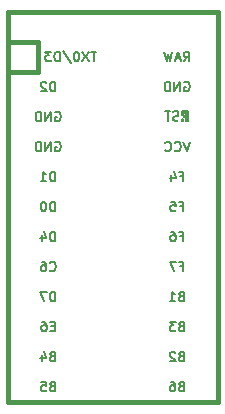
<source format=gbo>
G04 #@! TF.GenerationSoftware,KiCad,Pcbnew,(5.1.5-0-10_14)*
G04 #@! TF.CreationDate,2020-03-08T22:31:04+01:00*
G04 #@! TF.ProjectId,pro_micro_shield,70726f5f-6d69-4637-926f-5f736869656c,rev?*
G04 #@! TF.SameCoordinates,Original*
G04 #@! TF.FileFunction,Legend,Bot*
G04 #@! TF.FilePolarity,Positive*
%FSLAX46Y46*%
G04 Gerber Fmt 4.6, Leading zero omitted, Abs format (unit mm)*
G04 Created by KiCad (PCBNEW (5.1.5-0-10_14)) date 2020-03-08 22:31:04*
%MOMM*%
%LPD*%
G04 APERTURE LIST*
%ADD10C,0.381000*%
%ADD11C,0.150000*%
G04 APERTURE END LIST*
D10*
X168150000Y-71760000D02*
X165610000Y-71760000D01*
X183390000Y-69220000D02*
X165610000Y-69220000D01*
X165610000Y-69220000D02*
X165610000Y-102240000D01*
X165610000Y-102240000D02*
X183390000Y-102240000D01*
X183390000Y-102240000D02*
X183390000Y-69220000D01*
D11*
G36*
X180344635Y-77649030D02*
G01*
X180344635Y-77749030D01*
X180844635Y-77749030D01*
X180844635Y-77649030D01*
X180344635Y-77649030D01*
G37*
X180344635Y-77649030D02*
X180344635Y-77749030D01*
X180844635Y-77749030D01*
X180844635Y-77649030D01*
X180344635Y-77649030D01*
G36*
X180344635Y-77649030D02*
G01*
X180344635Y-77949030D01*
X180444635Y-77949030D01*
X180444635Y-77649030D01*
X180344635Y-77649030D01*
G37*
X180344635Y-77649030D02*
X180344635Y-77949030D01*
X180444635Y-77949030D01*
X180444635Y-77649030D01*
X180344635Y-77649030D01*
G36*
X180344635Y-78249030D02*
G01*
X180344635Y-78449030D01*
X180444635Y-78449030D01*
X180444635Y-78249030D01*
X180344635Y-78249030D01*
G37*
X180344635Y-78249030D02*
X180344635Y-78449030D01*
X180444635Y-78449030D01*
X180444635Y-78249030D01*
X180344635Y-78249030D01*
G36*
X180744635Y-77649030D02*
G01*
X180744635Y-78449030D01*
X180844635Y-78449030D01*
X180844635Y-77649030D01*
X180744635Y-77649030D01*
G37*
X180744635Y-77649030D02*
X180744635Y-78449030D01*
X180844635Y-78449030D01*
X180844635Y-77649030D01*
X180744635Y-77649030D01*
G36*
X180544635Y-78049030D02*
G01*
X180544635Y-78149030D01*
X180644635Y-78149030D01*
X180644635Y-78049030D01*
X180544635Y-78049030D01*
G37*
X180544635Y-78049030D02*
X180544635Y-78149030D01*
X180644635Y-78149030D01*
X180644635Y-78049030D01*
X180544635Y-78049030D01*
D10*
X168150000Y-71760000D02*
X168150000Y-74300000D01*
X168150000Y-74300000D02*
X165610000Y-74300000D01*
D11*
X180073333Y-78413809D02*
X179959047Y-78451904D01*
X179768571Y-78451904D01*
X179692380Y-78413809D01*
X179654285Y-78375714D01*
X179616190Y-78299523D01*
X179616190Y-78223333D01*
X179654285Y-78147142D01*
X179692380Y-78109047D01*
X179768571Y-78070952D01*
X179920952Y-78032857D01*
X179997142Y-77994761D01*
X180035238Y-77956666D01*
X180073333Y-77880476D01*
X180073333Y-77804285D01*
X180035238Y-77728095D01*
X179997142Y-77690000D01*
X179920952Y-77651904D01*
X179730476Y-77651904D01*
X179616190Y-77690000D01*
X179387619Y-77651904D02*
X178930476Y-77651904D01*
X179159047Y-78451904D02*
X179159047Y-77651904D01*
X173118604Y-72591904D02*
X172661461Y-72591904D01*
X172890032Y-73391904D02*
X172890032Y-72591904D01*
X172470985Y-72591904D02*
X171937651Y-73391904D01*
X171937651Y-72591904D02*
X172470985Y-73391904D01*
X171480508Y-72591904D02*
X171404318Y-72591904D01*
X171328128Y-72630000D01*
X171290032Y-72668095D01*
X171251937Y-72744285D01*
X171213842Y-72896666D01*
X171213842Y-73087142D01*
X171251937Y-73239523D01*
X171290032Y-73315714D01*
X171328128Y-73353809D01*
X171404318Y-73391904D01*
X171480508Y-73391904D01*
X171556699Y-73353809D01*
X171594794Y-73315714D01*
X171632889Y-73239523D01*
X171670985Y-73087142D01*
X171670985Y-72896666D01*
X171632889Y-72744285D01*
X171594794Y-72668095D01*
X171556699Y-72630000D01*
X171480508Y-72591904D01*
X170299556Y-72553809D02*
X170985270Y-73582380D01*
X170032889Y-73391904D02*
X170032889Y-72591904D01*
X169842413Y-72591904D01*
X169728128Y-72630000D01*
X169651937Y-72706190D01*
X169613842Y-72782380D01*
X169575747Y-72934761D01*
X169575747Y-73049047D01*
X169613842Y-73201428D01*
X169651937Y-73277619D01*
X169728128Y-73353809D01*
X169842413Y-73391904D01*
X170032889Y-73391904D01*
X169309080Y-72591904D02*
X168813842Y-72591904D01*
X169080508Y-72896666D01*
X168966223Y-72896666D01*
X168890032Y-72934761D01*
X168851937Y-72972857D01*
X168813842Y-73049047D01*
X168813842Y-73239523D01*
X168851937Y-73315714D01*
X168890032Y-73353809D01*
X168966223Y-73391904D01*
X169194794Y-73391904D01*
X169270985Y-73353809D01*
X169309080Y-73315714D01*
X180284809Y-98372857D02*
X180170523Y-98410952D01*
X180132428Y-98449047D01*
X180094333Y-98525238D01*
X180094333Y-98639523D01*
X180132428Y-98715714D01*
X180170523Y-98753809D01*
X180246714Y-98791904D01*
X180551476Y-98791904D01*
X180551476Y-97991904D01*
X180284809Y-97991904D01*
X180208619Y-98030000D01*
X180170523Y-98068095D01*
X180132428Y-98144285D01*
X180132428Y-98220476D01*
X180170523Y-98296666D01*
X180208619Y-98334761D01*
X180284809Y-98372857D01*
X180551476Y-98372857D01*
X179789571Y-98068095D02*
X179751476Y-98030000D01*
X179675285Y-97991904D01*
X179484809Y-97991904D01*
X179408619Y-98030000D01*
X179370523Y-98068095D01*
X179332428Y-98144285D01*
X179332428Y-98220476D01*
X179370523Y-98334761D01*
X179827666Y-98791904D01*
X179332428Y-98791904D01*
X180227666Y-90752857D02*
X180494333Y-90752857D01*
X180494333Y-91171904D02*
X180494333Y-90371904D01*
X180113380Y-90371904D01*
X179884809Y-90371904D02*
X179351476Y-90371904D01*
X179694333Y-91171904D01*
X180227666Y-88212857D02*
X180494333Y-88212857D01*
X180494333Y-88631904D02*
X180494333Y-87831904D01*
X180113380Y-87831904D01*
X179465761Y-87831904D02*
X179618142Y-87831904D01*
X179694333Y-87870000D01*
X179732428Y-87908095D01*
X179808619Y-88022380D01*
X179846714Y-88174761D01*
X179846714Y-88479523D01*
X179808619Y-88555714D01*
X179770523Y-88593809D01*
X179694333Y-88631904D01*
X179541952Y-88631904D01*
X179465761Y-88593809D01*
X179427666Y-88555714D01*
X179389571Y-88479523D01*
X179389571Y-88289047D01*
X179427666Y-88212857D01*
X179465761Y-88174761D01*
X179541952Y-88136666D01*
X179694333Y-88136666D01*
X179770523Y-88174761D01*
X179808619Y-88212857D01*
X179846714Y-88289047D01*
X180227666Y-85672857D02*
X180494333Y-85672857D01*
X180494333Y-86091904D02*
X180494333Y-85291904D01*
X180113380Y-85291904D01*
X179427666Y-85291904D02*
X179808619Y-85291904D01*
X179846714Y-85672857D01*
X179808619Y-85634761D01*
X179732428Y-85596666D01*
X179541952Y-85596666D01*
X179465761Y-85634761D01*
X179427666Y-85672857D01*
X179389571Y-85749047D01*
X179389571Y-85939523D01*
X179427666Y-86015714D01*
X179465761Y-86053809D01*
X179541952Y-86091904D01*
X179732428Y-86091904D01*
X179808619Y-86053809D01*
X179846714Y-86015714D01*
X180513380Y-73391904D02*
X180780047Y-73010952D01*
X180970523Y-73391904D02*
X180970523Y-72591904D01*
X180665761Y-72591904D01*
X180589571Y-72630000D01*
X180551476Y-72668095D01*
X180513380Y-72744285D01*
X180513380Y-72858571D01*
X180551476Y-72934761D01*
X180589571Y-72972857D01*
X180665761Y-73010952D01*
X180970523Y-73010952D01*
X180208619Y-73163333D02*
X179827666Y-73163333D01*
X180284809Y-73391904D02*
X180018142Y-72591904D01*
X179751476Y-73391904D01*
X179561000Y-72591904D02*
X179370523Y-73391904D01*
X179218142Y-72820476D01*
X179065761Y-73391904D01*
X178875285Y-72591904D01*
X180570523Y-75170000D02*
X180646714Y-75131904D01*
X180761000Y-75131904D01*
X180875285Y-75170000D01*
X180951476Y-75246190D01*
X180989571Y-75322380D01*
X181027666Y-75474761D01*
X181027666Y-75589047D01*
X180989571Y-75741428D01*
X180951476Y-75817619D01*
X180875285Y-75893809D01*
X180761000Y-75931904D01*
X180684809Y-75931904D01*
X180570523Y-75893809D01*
X180532428Y-75855714D01*
X180532428Y-75589047D01*
X180684809Y-75589047D01*
X180189571Y-75931904D02*
X180189571Y-75131904D01*
X179732428Y-75931904D01*
X179732428Y-75131904D01*
X179351476Y-75931904D02*
X179351476Y-75131904D01*
X179161000Y-75131904D01*
X179046714Y-75170000D01*
X178970523Y-75246190D01*
X178932428Y-75322380D01*
X178894333Y-75474761D01*
X178894333Y-75589047D01*
X178932428Y-75741428D01*
X178970523Y-75817619D01*
X179046714Y-75893809D01*
X179161000Y-75931904D01*
X179351476Y-75931904D01*
X181027666Y-80211904D02*
X180761000Y-81011904D01*
X180494333Y-80211904D01*
X179770523Y-80935714D02*
X179808619Y-80973809D01*
X179922904Y-81011904D01*
X179999095Y-81011904D01*
X180113380Y-80973809D01*
X180189571Y-80897619D01*
X180227666Y-80821428D01*
X180265761Y-80669047D01*
X180265761Y-80554761D01*
X180227666Y-80402380D01*
X180189571Y-80326190D01*
X180113380Y-80250000D01*
X179999095Y-80211904D01*
X179922904Y-80211904D01*
X179808619Y-80250000D01*
X179770523Y-80288095D01*
X178970523Y-80935714D02*
X179008619Y-80973809D01*
X179122904Y-81011904D01*
X179199095Y-81011904D01*
X179313380Y-80973809D01*
X179389571Y-80897619D01*
X179427666Y-80821428D01*
X179465761Y-80669047D01*
X179465761Y-80554761D01*
X179427666Y-80402380D01*
X179389571Y-80326190D01*
X179313380Y-80250000D01*
X179199095Y-80211904D01*
X179122904Y-80211904D01*
X179008619Y-80250000D01*
X178970523Y-80288095D01*
X180227666Y-83132857D02*
X180494333Y-83132857D01*
X180494333Y-83551904D02*
X180494333Y-82751904D01*
X180113380Y-82751904D01*
X179465761Y-83018571D02*
X179465761Y-83551904D01*
X179656238Y-82713809D02*
X179846714Y-83285238D01*
X179351476Y-83285238D01*
X180284809Y-93292857D02*
X180170523Y-93330952D01*
X180132428Y-93369047D01*
X180094333Y-93445238D01*
X180094333Y-93559523D01*
X180132428Y-93635714D01*
X180170523Y-93673809D01*
X180246714Y-93711904D01*
X180551476Y-93711904D01*
X180551476Y-92911904D01*
X180284809Y-92911904D01*
X180208619Y-92950000D01*
X180170523Y-92988095D01*
X180132428Y-93064285D01*
X180132428Y-93140476D01*
X180170523Y-93216666D01*
X180208619Y-93254761D01*
X180284809Y-93292857D01*
X180551476Y-93292857D01*
X179332428Y-93711904D02*
X179789571Y-93711904D01*
X179561000Y-93711904D02*
X179561000Y-92911904D01*
X179637190Y-93026190D01*
X179713380Y-93102380D01*
X179789571Y-93140476D01*
X180284809Y-95832857D02*
X180170523Y-95870952D01*
X180132428Y-95909047D01*
X180094333Y-95985238D01*
X180094333Y-96099523D01*
X180132428Y-96175714D01*
X180170523Y-96213809D01*
X180246714Y-96251904D01*
X180551476Y-96251904D01*
X180551476Y-95451904D01*
X180284809Y-95451904D01*
X180208619Y-95490000D01*
X180170523Y-95528095D01*
X180132428Y-95604285D01*
X180132428Y-95680476D01*
X180170523Y-95756666D01*
X180208619Y-95794761D01*
X180284809Y-95832857D01*
X180551476Y-95832857D01*
X179827666Y-95451904D02*
X179332428Y-95451904D01*
X179599095Y-95756666D01*
X179484809Y-95756666D01*
X179408619Y-95794761D01*
X179370523Y-95832857D01*
X179332428Y-95909047D01*
X179332428Y-96099523D01*
X179370523Y-96175714D01*
X179408619Y-96213809D01*
X179484809Y-96251904D01*
X179713380Y-96251904D01*
X179789571Y-96213809D01*
X179827666Y-96175714D01*
X180284809Y-100912857D02*
X180170523Y-100950952D01*
X180132428Y-100989047D01*
X180094333Y-101065238D01*
X180094333Y-101179523D01*
X180132428Y-101255714D01*
X180170523Y-101293809D01*
X180246714Y-101331904D01*
X180551476Y-101331904D01*
X180551476Y-100531904D01*
X180284809Y-100531904D01*
X180208619Y-100570000D01*
X180170523Y-100608095D01*
X180132428Y-100684285D01*
X180132428Y-100760476D01*
X180170523Y-100836666D01*
X180208619Y-100874761D01*
X180284809Y-100912857D01*
X180551476Y-100912857D01*
X179408619Y-100531904D02*
X179561000Y-100531904D01*
X179637190Y-100570000D01*
X179675285Y-100608095D01*
X179751476Y-100722380D01*
X179789571Y-100874761D01*
X179789571Y-101179523D01*
X179751476Y-101255714D01*
X179713380Y-101293809D01*
X179637190Y-101331904D01*
X179484809Y-101331904D01*
X179408619Y-101293809D01*
X179370523Y-101255714D01*
X179332428Y-101179523D01*
X179332428Y-100989047D01*
X179370523Y-100912857D01*
X179408619Y-100874761D01*
X179484809Y-100836666D01*
X179637190Y-100836666D01*
X179713380Y-100874761D01*
X179751476Y-100912857D01*
X179789571Y-100989047D01*
X169362809Y-100912857D02*
X169248523Y-100950952D01*
X169210428Y-100989047D01*
X169172333Y-101065238D01*
X169172333Y-101179523D01*
X169210428Y-101255714D01*
X169248523Y-101293809D01*
X169324714Y-101331904D01*
X169629476Y-101331904D01*
X169629476Y-100531904D01*
X169362809Y-100531904D01*
X169286619Y-100570000D01*
X169248523Y-100608095D01*
X169210428Y-100684285D01*
X169210428Y-100760476D01*
X169248523Y-100836666D01*
X169286619Y-100874761D01*
X169362809Y-100912857D01*
X169629476Y-100912857D01*
X168448523Y-100531904D02*
X168829476Y-100531904D01*
X168867571Y-100912857D01*
X168829476Y-100874761D01*
X168753285Y-100836666D01*
X168562809Y-100836666D01*
X168486619Y-100874761D01*
X168448523Y-100912857D01*
X168410428Y-100989047D01*
X168410428Y-101179523D01*
X168448523Y-101255714D01*
X168486619Y-101293809D01*
X168562809Y-101331904D01*
X168753285Y-101331904D01*
X168829476Y-101293809D01*
X168867571Y-101255714D01*
X169362809Y-98372857D02*
X169248523Y-98410952D01*
X169210428Y-98449047D01*
X169172333Y-98525238D01*
X169172333Y-98639523D01*
X169210428Y-98715714D01*
X169248523Y-98753809D01*
X169324714Y-98791904D01*
X169629476Y-98791904D01*
X169629476Y-97991904D01*
X169362809Y-97991904D01*
X169286619Y-98030000D01*
X169248523Y-98068095D01*
X169210428Y-98144285D01*
X169210428Y-98220476D01*
X169248523Y-98296666D01*
X169286619Y-98334761D01*
X169362809Y-98372857D01*
X169629476Y-98372857D01*
X168486619Y-98258571D02*
X168486619Y-98791904D01*
X168677095Y-97953809D02*
X168867571Y-98525238D01*
X168372333Y-98525238D01*
X169591380Y-95832857D02*
X169324714Y-95832857D01*
X169210428Y-96251904D02*
X169591380Y-96251904D01*
X169591380Y-95451904D01*
X169210428Y-95451904D01*
X168524714Y-95451904D02*
X168677095Y-95451904D01*
X168753285Y-95490000D01*
X168791380Y-95528095D01*
X168867571Y-95642380D01*
X168905666Y-95794761D01*
X168905666Y-96099523D01*
X168867571Y-96175714D01*
X168829476Y-96213809D01*
X168753285Y-96251904D01*
X168600904Y-96251904D01*
X168524714Y-96213809D01*
X168486619Y-96175714D01*
X168448523Y-96099523D01*
X168448523Y-95909047D01*
X168486619Y-95832857D01*
X168524714Y-95794761D01*
X168600904Y-95756666D01*
X168753285Y-95756666D01*
X168829476Y-95794761D01*
X168867571Y-95832857D01*
X168905666Y-95909047D01*
X169629476Y-93711904D02*
X169629476Y-92911904D01*
X169439000Y-92911904D01*
X169324714Y-92950000D01*
X169248523Y-93026190D01*
X169210428Y-93102380D01*
X169172333Y-93254761D01*
X169172333Y-93369047D01*
X169210428Y-93521428D01*
X169248523Y-93597619D01*
X169324714Y-93673809D01*
X169439000Y-93711904D01*
X169629476Y-93711904D01*
X168905666Y-92911904D02*
X168372333Y-92911904D01*
X168715190Y-93711904D01*
X169172333Y-91095714D02*
X169210428Y-91133809D01*
X169324714Y-91171904D01*
X169400904Y-91171904D01*
X169515190Y-91133809D01*
X169591380Y-91057619D01*
X169629476Y-90981428D01*
X169667571Y-90829047D01*
X169667571Y-90714761D01*
X169629476Y-90562380D01*
X169591380Y-90486190D01*
X169515190Y-90410000D01*
X169400904Y-90371904D01*
X169324714Y-90371904D01*
X169210428Y-90410000D01*
X169172333Y-90448095D01*
X168486619Y-90371904D02*
X168639000Y-90371904D01*
X168715190Y-90410000D01*
X168753285Y-90448095D01*
X168829476Y-90562380D01*
X168867571Y-90714761D01*
X168867571Y-91019523D01*
X168829476Y-91095714D01*
X168791380Y-91133809D01*
X168715190Y-91171904D01*
X168562809Y-91171904D01*
X168486619Y-91133809D01*
X168448523Y-91095714D01*
X168410428Y-91019523D01*
X168410428Y-90829047D01*
X168448523Y-90752857D01*
X168486619Y-90714761D01*
X168562809Y-90676666D01*
X168715190Y-90676666D01*
X168791380Y-90714761D01*
X168829476Y-90752857D01*
X168867571Y-90829047D01*
X169629476Y-88631904D02*
X169629476Y-87831904D01*
X169439000Y-87831904D01*
X169324714Y-87870000D01*
X169248523Y-87946190D01*
X169210428Y-88022380D01*
X169172333Y-88174761D01*
X169172333Y-88289047D01*
X169210428Y-88441428D01*
X169248523Y-88517619D01*
X169324714Y-88593809D01*
X169439000Y-88631904D01*
X169629476Y-88631904D01*
X168486619Y-88098571D02*
X168486619Y-88631904D01*
X168677095Y-87793809D02*
X168867571Y-88365238D01*
X168372333Y-88365238D01*
X169648523Y-77710000D02*
X169724714Y-77671904D01*
X169839000Y-77671904D01*
X169953285Y-77710000D01*
X170029476Y-77786190D01*
X170067571Y-77862380D01*
X170105666Y-78014761D01*
X170105666Y-78129047D01*
X170067571Y-78281428D01*
X170029476Y-78357619D01*
X169953285Y-78433809D01*
X169839000Y-78471904D01*
X169762809Y-78471904D01*
X169648523Y-78433809D01*
X169610428Y-78395714D01*
X169610428Y-78129047D01*
X169762809Y-78129047D01*
X169267571Y-78471904D02*
X169267571Y-77671904D01*
X168810428Y-78471904D01*
X168810428Y-77671904D01*
X168429476Y-78471904D02*
X168429476Y-77671904D01*
X168239000Y-77671904D01*
X168124714Y-77710000D01*
X168048523Y-77786190D01*
X168010428Y-77862380D01*
X167972333Y-78014761D01*
X167972333Y-78129047D01*
X168010428Y-78281428D01*
X168048523Y-78357619D01*
X168124714Y-78433809D01*
X168239000Y-78471904D01*
X168429476Y-78471904D01*
X169648523Y-80250000D02*
X169724714Y-80211904D01*
X169839000Y-80211904D01*
X169953285Y-80250000D01*
X170029476Y-80326190D01*
X170067571Y-80402380D01*
X170105666Y-80554761D01*
X170105666Y-80669047D01*
X170067571Y-80821428D01*
X170029476Y-80897619D01*
X169953285Y-80973809D01*
X169839000Y-81011904D01*
X169762809Y-81011904D01*
X169648523Y-80973809D01*
X169610428Y-80935714D01*
X169610428Y-80669047D01*
X169762809Y-80669047D01*
X169267571Y-81011904D02*
X169267571Y-80211904D01*
X168810428Y-81011904D01*
X168810428Y-80211904D01*
X168429476Y-81011904D02*
X168429476Y-80211904D01*
X168239000Y-80211904D01*
X168124714Y-80250000D01*
X168048523Y-80326190D01*
X168010428Y-80402380D01*
X167972333Y-80554761D01*
X167972333Y-80669047D01*
X168010428Y-80821428D01*
X168048523Y-80897619D01*
X168124714Y-80973809D01*
X168239000Y-81011904D01*
X168429476Y-81011904D01*
X169629476Y-83551904D02*
X169629476Y-82751904D01*
X169439000Y-82751904D01*
X169324714Y-82790000D01*
X169248523Y-82866190D01*
X169210428Y-82942380D01*
X169172333Y-83094761D01*
X169172333Y-83209047D01*
X169210428Y-83361428D01*
X169248523Y-83437619D01*
X169324714Y-83513809D01*
X169439000Y-83551904D01*
X169629476Y-83551904D01*
X168410428Y-83551904D02*
X168867571Y-83551904D01*
X168639000Y-83551904D02*
X168639000Y-82751904D01*
X168715190Y-82866190D01*
X168791380Y-82942380D01*
X168867571Y-82980476D01*
X169629476Y-86091904D02*
X169629476Y-85291904D01*
X169439000Y-85291904D01*
X169324714Y-85330000D01*
X169248523Y-85406190D01*
X169210428Y-85482380D01*
X169172333Y-85634761D01*
X169172333Y-85749047D01*
X169210428Y-85901428D01*
X169248523Y-85977619D01*
X169324714Y-86053809D01*
X169439000Y-86091904D01*
X169629476Y-86091904D01*
X168677095Y-85291904D02*
X168600904Y-85291904D01*
X168524714Y-85330000D01*
X168486619Y-85368095D01*
X168448523Y-85444285D01*
X168410428Y-85596666D01*
X168410428Y-85787142D01*
X168448523Y-85939523D01*
X168486619Y-86015714D01*
X168524714Y-86053809D01*
X168600904Y-86091904D01*
X168677095Y-86091904D01*
X168753285Y-86053809D01*
X168791380Y-86015714D01*
X168829476Y-85939523D01*
X168867571Y-85787142D01*
X168867571Y-85596666D01*
X168829476Y-85444285D01*
X168791380Y-85368095D01*
X168753285Y-85330000D01*
X168677095Y-85291904D01*
X169629476Y-75931904D02*
X169629476Y-75131904D01*
X169439000Y-75131904D01*
X169324714Y-75170000D01*
X169248523Y-75246190D01*
X169210428Y-75322380D01*
X169172333Y-75474761D01*
X169172333Y-75589047D01*
X169210428Y-75741428D01*
X169248523Y-75817619D01*
X169324714Y-75893809D01*
X169439000Y-75931904D01*
X169629476Y-75931904D01*
X168867571Y-75208095D02*
X168829476Y-75170000D01*
X168753285Y-75131904D01*
X168562809Y-75131904D01*
X168486619Y-75170000D01*
X168448523Y-75208095D01*
X168410428Y-75284285D01*
X168410428Y-75360476D01*
X168448523Y-75474761D01*
X168905666Y-75931904D01*
X168410428Y-75931904D01*
M02*

</source>
